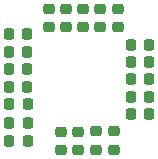
<source format=gbr>
%TF.GenerationSoftware,KiCad,Pcbnew,9.0.4*%
%TF.CreationDate,2025-09-29T16:36:38+03:00*%
%TF.ProjectId,Asius2,41736975-7332-42e6-9b69-6361645f7063,rev?*%
%TF.SameCoordinates,Original*%
%TF.FileFunction,Paste,Bot*%
%TF.FilePolarity,Positive*%
%FSLAX46Y46*%
G04 Gerber Fmt 4.6, Leading zero omitted, Abs format (unit mm)*
G04 Created by KiCad (PCBNEW 9.0.4) date 2025-09-29 16:36:38*
%MOMM*%
%LPD*%
G01*
G04 APERTURE LIST*
G04 Aperture macros list*
%AMRoundRect*
0 Rectangle with rounded corners*
0 $1 Rounding radius*
0 $2 $3 $4 $5 $6 $7 $8 $9 X,Y pos of 4 corners*
0 Add a 4 corners polygon primitive as box body*
4,1,4,$2,$3,$4,$5,$6,$7,$8,$9,$2,$3,0*
0 Add four circle primitives for the rounded corners*
1,1,$1+$1,$2,$3*
1,1,$1+$1,$4,$5*
1,1,$1+$1,$6,$7*
1,1,$1+$1,$8,$9*
0 Add four rect primitives between the rounded corners*
20,1,$1+$1,$2,$3,$4,$5,0*
20,1,$1+$1,$4,$5,$6,$7,0*
20,1,$1+$1,$6,$7,$8,$9,0*
20,1,$1+$1,$8,$9,$2,$3,0*%
G04 Aperture macros list end*
%ADD10RoundRect,0.225000X0.225000X0.250000X-0.225000X0.250000X-0.225000X-0.250000X0.225000X-0.250000X0*%
%ADD11RoundRect,0.225000X-0.250000X0.225000X-0.250000X-0.225000X0.250000X-0.225000X0.250000X0.225000X0*%
%ADD12RoundRect,0.225000X-0.225000X-0.250000X0.225000X-0.250000X0.225000X0.250000X-0.225000X0.250000X0*%
%ADD13RoundRect,0.225000X0.250000X-0.225000X0.250000X0.225000X-0.250000X0.225000X-0.250000X-0.225000X0*%
G04 APERTURE END LIST*
D10*
%TO.C,C39*%
X78895000Y-111970000D03*
X80445000Y-111970000D03*
%TD*%
%TO.C,C30*%
X78915000Y-118030000D03*
X80465000Y-118030000D03*
%TD*%
D11*
%TO.C,C31*%
X83250000Y-118815000D03*
X83250000Y-117265000D03*
%TD*%
%TO.C,C32*%
X84760000Y-118810000D03*
X84760000Y-117260000D03*
%TD*%
%TO.C,C38*%
X86270000Y-117255000D03*
X86270000Y-118805000D03*
%TD*%
D12*
%TO.C,C37*%
X89205000Y-111380000D03*
X90755000Y-111380000D03*
%TD*%
D13*
%TO.C,C36*%
X83710000Y-108435000D03*
X83710000Y-106885000D03*
%TD*%
D10*
%TO.C,C35*%
X80475000Y-116500000D03*
X78925000Y-116500000D03*
%TD*%
D12*
%TO.C,C34*%
X89205000Y-112840000D03*
X90755000Y-112840000D03*
%TD*%
D11*
%TO.C,C33*%
X87750000Y-117255000D03*
X87750000Y-118805000D03*
%TD*%
D12*
%TO.C,C29*%
X89205000Y-115780000D03*
X90755000Y-115780000D03*
%TD*%
%TO.C,C28*%
X89215000Y-114300000D03*
X90765000Y-114300000D03*
%TD*%
D10*
%TO.C,C27*%
X80445000Y-113470000D03*
X78895000Y-113470000D03*
%TD*%
%TO.C,C26*%
X80450000Y-110500000D03*
X78900000Y-110500000D03*
%TD*%
D12*
%TO.C,C25*%
X89195000Y-109900000D03*
X90745000Y-109900000D03*
%TD*%
D13*
%TO.C,C24*%
X88090000Y-108430000D03*
X88090000Y-106880000D03*
%TD*%
%TO.C,C23*%
X86630000Y-108430000D03*
X86630000Y-106880000D03*
%TD*%
%TO.C,C22*%
X85170000Y-108430000D03*
X85170000Y-106880000D03*
%TD*%
%TO.C,C21*%
X82250000Y-108425000D03*
X82250000Y-106875000D03*
%TD*%
D10*
%TO.C,C20*%
X80450000Y-109030000D03*
X78900000Y-109030000D03*
%TD*%
%TO.C,C16*%
X80465000Y-114970000D03*
X78915000Y-114970000D03*
%TD*%
M02*

</source>
